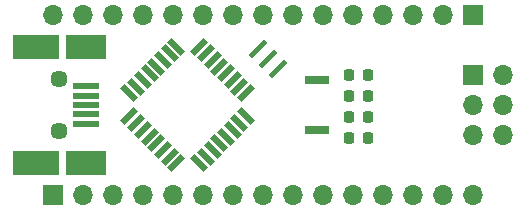
<source format=gbr>
%TF.GenerationSoftware,KiCad,Pcbnew,(6.0.11-0)*%
%TF.CreationDate,2023-05-04T16:40:56+03:00*%
%TF.ProjectId,Arduino Nano Differential impdance PCB,41726475-696e-46f2-904e-616e6f204469,rev?*%
%TF.SameCoordinates,Original*%
%TF.FileFunction,Soldermask,Top*%
%TF.FilePolarity,Negative*%
%FSLAX46Y46*%
G04 Gerber Fmt 4.6, Leading zero omitted, Abs format (unit mm)*
G04 Created by KiCad (PCBNEW (6.0.11-0)) date 2023-05-04 16:40:56*
%MOMM*%
%LPD*%
G01*
G04 APERTURE LIST*
G04 Aperture macros list*
%AMRoundRect*
0 Rectangle with rounded corners*
0 $1 Rounding radius*
0 $2 $3 $4 $5 $6 $7 $8 $9 X,Y pos of 4 corners*
0 Add a 4 corners polygon primitive as box body*
4,1,4,$2,$3,$4,$5,$6,$7,$8,$9,$2,$3,0*
0 Add four circle primitives for the rounded corners*
1,1,$1+$1,$2,$3*
1,1,$1+$1,$4,$5*
1,1,$1+$1,$6,$7*
1,1,$1+$1,$8,$9*
0 Add four rect primitives between the rounded corners*
20,1,$1+$1,$2,$3,$4,$5,0*
20,1,$1+$1,$4,$5,$6,$7,0*
20,1,$1+$1,$6,$7,$8,$9,0*
20,1,$1+$1,$8,$9,$2,$3,0*%
%AMRotRect*
0 Rectangle, with rotation*
0 The origin of the aperture is its center*
0 $1 length*
0 $2 width*
0 $3 Rotation angle, in degrees counterclockwise*
0 Add horizontal line*
21,1,$1,$2,0,0,$3*%
G04 Aperture macros list end*
%ADD10RotRect,0.400000X1.900000X135.000000*%
%ADD11R,2.000000X0.800000*%
%ADD12RoundRect,0.218750X-0.218750X-0.256250X0.218750X-0.256250X0.218750X0.256250X-0.218750X0.256250X0*%
%ADD13RotRect,1.600000X0.550000X225.000000*%
%ADD14RotRect,0.550000X1.600000X225.000000*%
%ADD15R,1.700000X1.700000*%
%ADD16O,1.700000X1.700000*%
%ADD17C,1.450000*%
%ADD18R,2.250000X0.500000*%
%ADD19R,4.000000X2.050000*%
%ADD20R,3.500000X2.050000*%
G04 APERTURE END LIST*
D10*
%TO.C,X1*%
X154178028Y-99568028D03*
X153329500Y-98719500D03*
X152480972Y-97870972D03*
%TD*%
D11*
%TO.C,S2*%
X157480000Y-104716000D03*
X157480000Y-100516000D03*
%TD*%
D12*
%TO.C,LEDTX1*%
X160248500Y-100076000D03*
X161823500Y-100076000D03*
%TD*%
D13*
%TO.C,U2*%
X151493605Y-101640193D03*
X150927920Y-101074507D03*
X150362234Y-100508822D03*
X149796549Y-99943136D03*
X149230864Y-99377451D03*
X148665178Y-98811766D03*
X148099493Y-98246080D03*
X147533807Y-97680395D03*
D14*
X145582193Y-97680395D03*
X145016507Y-98246080D03*
X144450822Y-98811766D03*
X143885136Y-99377451D03*
X143319451Y-99943136D03*
X142753766Y-100508822D03*
X142188080Y-101074507D03*
X141622395Y-101640193D03*
D13*
X141622395Y-103591807D03*
X142188080Y-104157493D03*
X142753766Y-104723178D03*
X143319451Y-105288864D03*
X143885136Y-105854549D03*
X144450822Y-106420234D03*
X145016507Y-106985920D03*
X145582193Y-107551605D03*
D14*
X147533807Y-107551605D03*
X148099493Y-106985920D03*
X148665178Y-106420234D03*
X149230864Y-105854549D03*
X149796549Y-105288864D03*
X150362234Y-104723178D03*
X150927920Y-104157493D03*
X151493605Y-103591807D03*
%TD*%
D15*
%TO.C,H3*%
X170683000Y-100091000D03*
D16*
X173223000Y-100091000D03*
X170683000Y-102631000D03*
X173223000Y-102631000D03*
X170683000Y-105171000D03*
X173223000Y-105171000D03*
%TD*%
D15*
%TO.C,H1*%
X170683000Y-94996000D03*
D16*
X168143000Y-94996000D03*
X165603000Y-94996000D03*
X163063000Y-94996000D03*
X160523000Y-94996000D03*
X157983000Y-94996000D03*
X155443000Y-94996000D03*
X152903000Y-94996000D03*
X150363000Y-94996000D03*
X147823000Y-94996000D03*
X145283000Y-94996000D03*
X142743000Y-94996000D03*
X140203000Y-94996000D03*
X137663000Y-94996000D03*
X135123000Y-94996000D03*
%TD*%
D15*
%TO.C,H2*%
X135133000Y-110236000D03*
D16*
X137673000Y-110236000D03*
X140213000Y-110236000D03*
X142753000Y-110236000D03*
X145293000Y-110236000D03*
X147833000Y-110236000D03*
X150373000Y-110236000D03*
X152913000Y-110236000D03*
X155453000Y-110236000D03*
X157993000Y-110236000D03*
X160533000Y-110236000D03*
X163073000Y-110236000D03*
X165613000Y-110236000D03*
X168153000Y-110236000D03*
X170693000Y-110236000D03*
%TD*%
D12*
%TO.C,LEDPWR1*%
X160248500Y-103632000D03*
X161823500Y-103632000D03*
%TD*%
D17*
%TO.C,USB2*%
X135617700Y-100416000D03*
X135617700Y-104816000D03*
D18*
X137942700Y-101016000D03*
X137942700Y-101816000D03*
X137942700Y-102616000D03*
X137942700Y-103416000D03*
X137942700Y-104216000D03*
D19*
X133717700Y-107541000D03*
D20*
X137967700Y-107541000D03*
X137967700Y-97691000D03*
D19*
X133717700Y-97691000D03*
%TD*%
D12*
%TO.C,LEDBUILTIN1*%
X160248500Y-105410000D03*
X161823500Y-105410000D03*
%TD*%
%TO.C,LEDRX1*%
X160248500Y-101854000D03*
X161823500Y-101854000D03*
%TD*%
M02*

</source>
